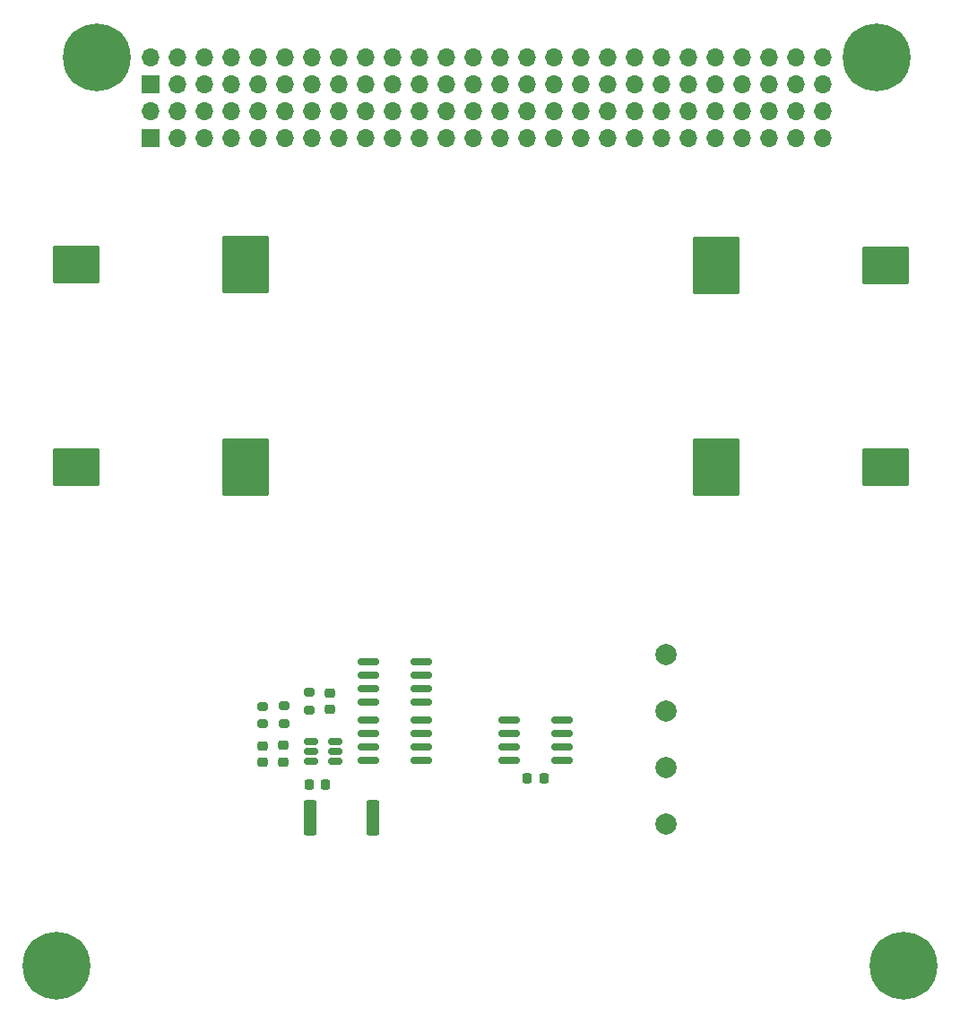
<source format=gts>
G04 #@! TF.GenerationSoftware,KiCad,Pcbnew,8.0.3*
G04 #@! TF.CreationDate,2025-02-01T16:40:27-06:00*
G04 #@! TF.ProjectId,Batt_Boardv1,42617474-5f42-46f6-9172-6476312e6b69,rev?*
G04 #@! TF.SameCoordinates,Original*
G04 #@! TF.FileFunction,Soldermask,Top*
G04 #@! TF.FilePolarity,Negative*
%FSLAX46Y46*%
G04 Gerber Fmt 4.6, Leading zero omitted, Abs format (unit mm)*
G04 Created by KiCad (PCBNEW 8.0.3) date 2025-02-01 16:40:27*
%MOMM*%
%LPD*%
G01*
G04 APERTURE LIST*
G04 Aperture macros list*
%AMRoundRect*
0 Rectangle with rounded corners*
0 $1 Rounding radius*
0 $2 $3 $4 $5 $6 $7 $8 $9 X,Y pos of 4 corners*
0 Add a 4 corners polygon primitive as box body*
4,1,4,$2,$3,$4,$5,$6,$7,$8,$9,$2,$3,0*
0 Add four circle primitives for the rounded corners*
1,1,$1+$1,$2,$3*
1,1,$1+$1,$4,$5*
1,1,$1+$1,$6,$7*
1,1,$1+$1,$8,$9*
0 Add four rect primitives between the rounded corners*
20,1,$1+$1,$2,$3,$4,$5,0*
20,1,$1+$1,$4,$5,$6,$7,0*
20,1,$1+$1,$6,$7,$8,$9,0*
20,1,$1+$1,$8,$9,$2,$3,0*%
G04 Aperture macros list end*
%ADD10RoundRect,0.150000X0.512500X0.150000X-0.512500X0.150000X-0.512500X-0.150000X0.512500X-0.150000X0*%
%ADD11C,3.600000*%
%ADD12C,6.400000*%
%ADD13RoundRect,0.200000X-0.275000X0.200000X-0.275000X-0.200000X0.275000X-0.200000X0.275000X0.200000X0*%
%ADD14RoundRect,0.250000X-0.362500X-1.425000X0.362500X-1.425000X0.362500X1.425000X-0.362500X1.425000X0*%
%ADD15RoundRect,0.150000X-0.825000X-0.150000X0.825000X-0.150000X0.825000X0.150000X-0.825000X0.150000X0*%
%ADD16C,2.000000*%
%ADD17RoundRect,0.225000X0.250000X-0.225000X0.250000X0.225000X-0.250000X0.225000X-0.250000X-0.225000X0*%
%ADD18RoundRect,0.102000X2.120000X1.650000X-2.120000X1.650000X-2.120000X-1.650000X2.120000X-1.650000X0*%
%ADD19RoundRect,0.102000X2.120000X2.600000X-2.120000X2.600000X-2.120000X-2.600000X2.120000X-2.600000X0*%
%ADD20RoundRect,0.102000X-2.120000X-2.600000X2.120000X-2.600000X2.120000X2.600000X-2.120000X2.600000X0*%
%ADD21RoundRect,0.102000X-2.120000X-1.650000X2.120000X-1.650000X2.120000X1.650000X-2.120000X1.650000X0*%
%ADD22RoundRect,0.225000X-0.225000X-0.250000X0.225000X-0.250000X0.225000X0.250000X-0.225000X0.250000X0*%
%ADD23R,1.700000X1.700000*%
%ADD24O,1.700000X1.700000*%
%ADD25RoundRect,0.200000X0.275000X-0.200000X0.275000X0.200000X-0.275000X0.200000X-0.275000X-0.200000X0*%
G04 APERTURE END LIST*
D10*
X130996000Y-121193600D03*
X130996000Y-120243600D03*
X130996000Y-119293600D03*
X128721000Y-119293600D03*
X128721000Y-120243600D03*
X128721000Y-121193600D03*
D11*
X108527800Y-54731000D03*
D12*
X108527800Y-54731000D03*
D13*
X124177600Y-115951200D03*
X124177600Y-117601200D03*
D14*
X128682700Y-126517400D03*
X134607700Y-126517400D03*
D15*
X134174000Y-117297200D03*
X134174000Y-118567200D03*
X134174000Y-119837200D03*
X134174000Y-121107200D03*
X139124000Y-121107200D03*
X139124000Y-119837200D03*
X139124000Y-118567200D03*
X139124000Y-117297200D03*
D11*
X184727800Y-140461000D03*
D12*
X184727800Y-140461000D03*
D16*
X162229800Y-121733732D03*
D17*
X126133400Y-121208800D03*
X126133400Y-119658800D03*
D18*
X106566357Y-74292424D03*
D19*
X122576357Y-74292424D03*
D20*
X167008669Y-74295000D03*
D21*
X183018669Y-74295000D03*
D17*
X130527600Y-116243400D03*
X130527600Y-114693400D03*
D22*
X128533400Y-123317000D03*
X130083400Y-123317000D03*
D11*
X104717800Y-140461000D03*
D12*
X104717800Y-140461000D03*
D16*
X162229800Y-111048800D03*
D18*
X106566357Y-93345000D03*
D19*
X122576357Y-93345000D03*
D20*
X167008669Y-93347576D03*
D21*
X183018669Y-93347576D03*
D23*
X113607800Y-62346000D03*
D24*
X113607800Y-59806000D03*
X116147800Y-62346000D03*
X116147800Y-59806000D03*
X118687800Y-62346000D03*
X118687800Y-59806000D03*
X121227800Y-62346000D03*
X121227800Y-59806000D03*
X123767800Y-62346000D03*
X123767800Y-59806000D03*
X126307800Y-62346000D03*
X126307800Y-59806000D03*
X128847800Y-62346000D03*
X128847800Y-59806000D03*
X131387800Y-62346000D03*
X131387800Y-59806000D03*
X133927800Y-62346000D03*
X133927800Y-59806000D03*
X136467800Y-62346000D03*
X136467800Y-59806000D03*
X139007800Y-62346000D03*
X139007800Y-59806000D03*
X141547800Y-62346000D03*
X141547800Y-59806000D03*
X144087800Y-62346000D03*
X144087800Y-59806000D03*
X146627800Y-62346000D03*
X146627800Y-59806000D03*
X149167800Y-62346000D03*
X149167800Y-59806000D03*
X151707800Y-62346000D03*
X151707800Y-59806000D03*
X154247800Y-62346000D03*
X154247800Y-59806000D03*
X156787800Y-62346000D03*
X156787800Y-59806000D03*
X159327800Y-62346000D03*
X159327800Y-59806000D03*
X161867800Y-62346000D03*
X161867800Y-59806000D03*
X164407800Y-62346000D03*
X164407800Y-59806000D03*
X166947800Y-62346000D03*
X166947800Y-59806000D03*
X169487800Y-62346000D03*
X169487800Y-59806000D03*
X172027800Y-62346000D03*
X172027800Y-59806000D03*
X174567800Y-62346000D03*
X174567800Y-59806000D03*
X177107800Y-62346000D03*
X177107800Y-59806000D03*
D13*
X126158800Y-115938800D03*
X126158800Y-117588800D03*
D16*
X162229800Y-127076200D03*
D15*
X134174000Y-111734600D03*
X134174000Y-113004600D03*
X134174000Y-114274600D03*
X134174000Y-115544600D03*
X139124000Y-115544600D03*
X139124000Y-114274600D03*
X139124000Y-113004600D03*
X139124000Y-111734600D03*
D25*
X128571800Y-116293400D03*
X128571800Y-114643400D03*
D22*
X149161200Y-122758200D03*
X150711200Y-122758200D03*
D23*
X113607800Y-57266000D03*
D24*
X113607800Y-54726000D03*
X116147800Y-57266000D03*
X116147800Y-54726000D03*
X118687800Y-57266000D03*
X118687800Y-54726000D03*
X121227800Y-57266000D03*
X121227800Y-54726000D03*
X123767800Y-57266000D03*
X123767800Y-54726000D03*
X126307800Y-57266000D03*
X126307800Y-54726000D03*
X128847800Y-57266000D03*
X128847800Y-54726000D03*
X131387800Y-57266000D03*
X131387800Y-54726000D03*
X133927800Y-57266000D03*
X133927800Y-54726000D03*
X136467800Y-57266000D03*
X136467800Y-54726000D03*
X139007800Y-57266000D03*
X139007800Y-54726000D03*
X141547800Y-57266000D03*
X141547800Y-54726000D03*
X144087800Y-57266000D03*
X144087800Y-54726000D03*
X146627800Y-57266000D03*
X146627800Y-54726000D03*
X149167800Y-57266000D03*
X149167800Y-54726000D03*
X151707800Y-57266000D03*
X151707800Y-54726000D03*
X154247800Y-57266000D03*
X154247800Y-54726000D03*
X156787800Y-57266000D03*
X156787800Y-54726000D03*
X159327800Y-57266000D03*
X159327800Y-54726000D03*
X161867800Y-57266000D03*
X161867800Y-54726000D03*
X164407800Y-57266000D03*
X164407800Y-54726000D03*
X166947800Y-57266000D03*
X166947800Y-54726000D03*
X169487800Y-57266000D03*
X169487800Y-54726000D03*
X172027800Y-57266000D03*
X172027800Y-54726000D03*
X174567800Y-57266000D03*
X174567800Y-54726000D03*
X177107800Y-57266000D03*
X177107800Y-54726000D03*
D16*
X162229800Y-116391266D03*
D17*
X124203000Y-121234200D03*
X124203000Y-119684200D03*
D11*
X182187800Y-54731000D03*
D12*
X182187800Y-54731000D03*
D15*
X147461200Y-117271800D03*
X147461200Y-118541800D03*
X147461200Y-119811800D03*
X147461200Y-121081800D03*
X152411200Y-121081800D03*
X152411200Y-119811800D03*
X152411200Y-118541800D03*
X152411200Y-117271800D03*
M02*

</source>
